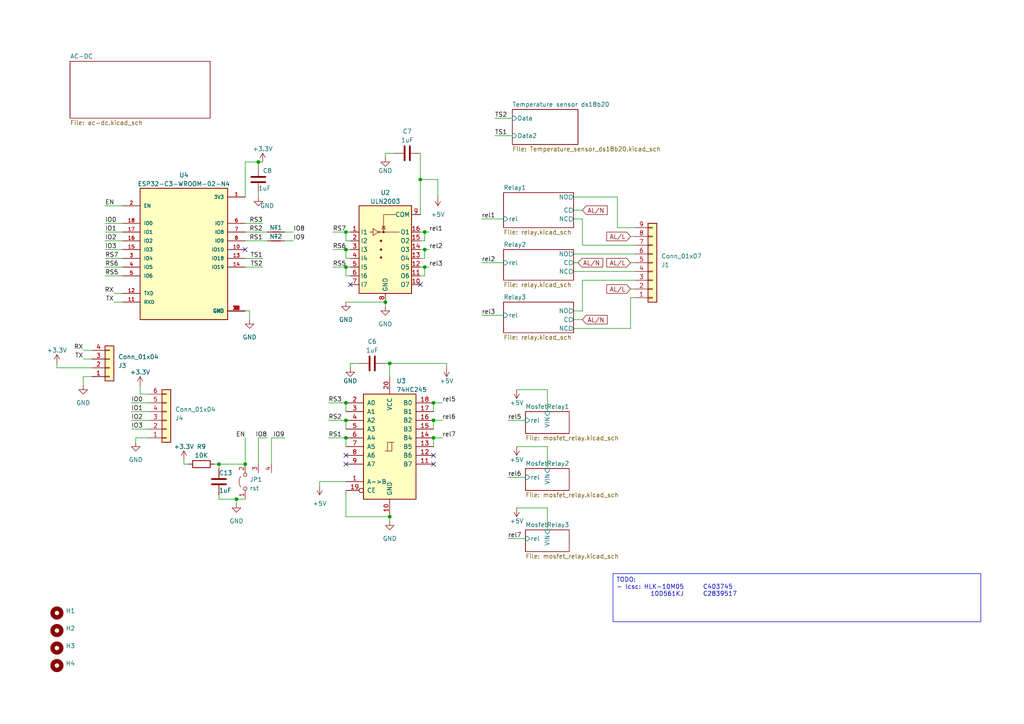
<source format=kicad_sch>
(kicad_sch (version 20230121) (generator eeschema)
  (paper "A4")
  (lib_symbols
    (symbol "74xx:74HC245" (pin_names (offset 1.016))
      (property "Reference" "U" (at -7.62 16.51 0))
      (property "Value" "74HC245" (at -7.62 -16.51 0))
      (symbol "74HC245_1_0"
        (polyline (pts (xy -0.635 -1.27) (xy -0.635 1.27) (xy 0.635 1.27)))
        (polyline (pts (xy -1.27 -1.27) (xy 0.635 -1.27) (xy 0.635 1.27) (xy 1.27 1.27)))
        (pin input line (at -12.7 -10.16 0) (length 5.08) (name "A->B") (number "1"))
        (pin power_in line (at 0 -20.32 90) (length 5.08) (name "GND") (number "10"))
        (pin tri_state line (at 12.7 -5.08 180) (length 5.08) (name "B7") (number "11"))
        (pin tri_state line (at 12.7 -2.54 180) (length 5.08) (name "B6") (number "12"))
        (pin tri_state line (at 12.7 0 180) (length 5.08) (name "B5") (number "13"))
        (pin tri_state line (at 12.7 2.54 180) (length 5.08) (name "B4") (number "14"))
        (pin tri_state line (at 12.7 5.08 180) (length 5.08) (name "B3") (number "15"))
        (pin tri_state line (at 12.7 7.62 180) (length 5.08) (name "B2") (number "16"))
        (pin tri_state line (at 12.7 10.16 180) (length 5.08) (name "B1") (number "17"))
        (pin tri_state line (at 12.7 12.7 180) (length 5.08) (name "B0") (number "18"))
        (pin input inverted (at -12.7 -12.7 0) (length 5.08) (name "CE") (number "19"))
        (pin tri_state line (at -12.7 12.7 0) (length 5.08) (name "A0") (number "2"))
        (pin power_in line (at 0 20.32 270) (length 5.08) (name "VCC") (number "20"))
        (pin tri_state line (at -12.7 10.16 0) (length 5.08) (name "A1") (number "3"))
        (pin tri_state line (at -12.7 7.62 0) (length 5.08) (name "A2") (number "4"))
        (pin tri_state line (at -12.7 5.08 0) (length 5.08) (name "A3") (number "5"))
        (pin tri_state line (at -12.7 2.54 0) (length 5.08) (name "A4") (number "6"))
        (pin tri_state line (at -12.7 0 0) (length 5.08) (name "A5") (number "7"))
        (pin tri_state line (at -12.7 -2.54 0) (length 5.08) (name "A6") (number "8"))
        (pin tri_state line (at -12.7 -5.08 0) (length 5.08) (name "A7") (number "9"))
      )
      (symbol "74HC245_1_1"
        (rectangle (start -7.62 15.24) (end 7.62 -15.24) (stroke (width 0.254)) (fill (type background)))
      )
    )
    (symbol "Connector_Generic:Conn_01x04" (pin_names (offset 1.016) hide)
      (property "Reference" "J" (at 0 5.08 0))
      (property "Value" "Conn_01x04" (at 0 -7.62 0))
      (symbol "Conn_01x04_1_1"
        (rectangle (start -1.27 -4.953) (end 0 -5.207) (stroke (width 0.1524)))
        (rectangle (start -1.27 -2.413) (end 0 -2.667) (stroke (width 0.1524)))
        (rectangle (start -1.27 0.127) (end 0 -0.127) (stroke (width 0.1524)))
        (rectangle (start -1.27 2.667) (end 0 2.413) (stroke (width 0.1524)))
        (rectangle (start -1.27 3.81) (end 1.27 -6.35) (stroke (width 0.254)) (fill (type background)))
        (pin passive line (at -5.08 2.54 0) (length 3.81) (name "Pin_1") (number "1"))
        (pin passive line (at -5.08 0 0) (length 3.81) (name "Pin_2") (number "2"))
        (pin passive line (at -5.08 -2.54 0) (length 3.81) (name "Pin_3") (number "3"))
        (pin passive line (at -5.08 -5.08 0) (length 3.81) (name "Pin_4") (number "4"))
      )
    )
    (symbol "Connector_Generic:Conn_01x06" (pin_names (offset 1.016) hide)
      (property "Reference" "J" (at 0 7.62 0))
      (property "Value" "Conn_01x06" (at 0 -10.16 0))
      (symbol "Conn_01x06_1_1"
        (rectangle (start -1.27 -7.493) (end 0 -7.747) (stroke (width 0.1524)))
        (rectangle (start -1.27 -4.953) (end 0 -5.207) (stroke (width 0.1524)))
        (rectangle (start -1.27 -2.413) (end 0 -2.667) (stroke (width 0.1524)))
        (rectangle (start -1.27 0.127) (end 0 -0.127) (stroke (width 0.1524)))
        (rectangle (start -1.27 2.667) (end 0 2.413) (stroke (width 0.1524)))
        (rectangle (start -1.27 5.207) (end 0 4.953) (stroke (width 0.1524)))
        (rectangle (start -1.27 6.35) (end 1.27 -8.89) (stroke (width 0.254)) (fill (type background)))
        (pin passive line (at -5.08 5.08 0) (length 3.81) (name "Pin_1") (number "1"))
        (pin passive line (at -5.08 2.54 0) (length 3.81) (name "Pin_2") (number "2"))
        (pin passive line (at -5.08 0 0) (length 3.81) (name "Pin_3") (number "3"))
        (pin passive line (at -5.08 -2.54 0) (length 3.81) (name "Pin_4") (number "4"))
        (pin passive line (at -5.08 -5.08 0) (length 3.81) (name "Pin_5") (number "5"))
        (pin passive line (at -5.08 -7.62 0) (length 3.81) (name "Pin_6") (number "6"))
      )
    )
    (symbol "Connector_Generic:Conn_01x09" (pin_names (offset 1.016) hide)
      (property "Reference" "J" (at 0 12.7 0))
      (property "Value" "Conn_01x09" (at 0 -12.7 0))
      (symbol "Conn_01x09_1_1"
        (rectangle (start -1.27 -10.033) (end 0 -10.287) (stroke (width 0.1524)))
        (rectangle (start -1.27 -7.493) (end 0 -7.747) (stroke (width 0.1524)))
        (rectangle (start -1.27 -4.953) (end 0 -5.207) (stroke (width 0.1524)))
        (rectangle (start -1.27 -2.413) (end 0 -2.667) (stroke (width 0.1524)))
        (rectangle (start -1.27 0.127) (end 0 -0.127) (stroke (width 0.1524)))
        (rectangle (start -1.27 2.667) (end 0 2.413) (stroke (width 0.1524)))
        (rectangle (start -1.27 5.207) (end 0 4.953) (stroke (width 0.1524)))
        (rectangle (start -1.27 7.747) (end 0 7.493) (stroke (width 0.1524)))
        (rectangle (start -1.27 10.287) (end 0 10.033) (stroke (width 0.1524)))
        (rectangle (start -1.27 11.43) (end 1.27 -11.43) (stroke (width 0.254)) (fill (type background)))
        (pin passive line (at -5.08 10.16 0) (length 3.81) (name "Pin_1") (number "1"))
        (pin passive line (at -5.08 7.62 0) (length 3.81) (name "Pin_2") (number "2"))
        (pin passive line (at -5.08 5.08 0) (length 3.81) (name "Pin_3") (number "3"))
        (pin passive line (at -5.08 2.54 0) (length 3.81) (name "Pin_4") (number "4"))
        (pin passive line (at -5.08 0 0) (length 3.81) (name "Pin_5") (number "5"))
        (pin passive line (at -5.08 -2.54 0) (length 3.81) (name "Pin_6") (number "6"))
        (pin passive line (at -5.08 -5.08 0) (length 3.81) (name "Pin_7") (number "7"))
        (pin passive line (at -5.08 -7.62 0) (length 3.81) (name "Pin_8") (number "8"))
        (pin passive line (at -5.08 -10.16 0) (length 3.81) (name "Pin_9") (number "9"))
      )
    )
    (symbol "Device:C" (pin_numbers hide) (pin_names (offset 0.254))
      (property "Reference" "C" (at 0.635 2.54 0))
      (property "Value" "C" (at 0.635 -2.54 0))
      (symbol "C_0_1"
        (polyline (pts (xy -2.032 -0.762) (xy 2.032 -0.762)) (stroke (width 0.508)))
        (polyline (pts (xy -2.032 0.762) (xy 2.032 0.762)) (stroke (width 0.508)))
      )
      (symbol "C_1_1"
        (pin passive line (at 0 3.81 270) (length 2.794) (name "~") (number "1"))
        (pin passive line (at 0 -3.81 90) (length 2.794) (name "~") (number "2"))
      )
    )
    (symbol "Device:NetTie_2" (pin_numbers hide) (pin_names (offset 0) hide) (in_bom no)
      (property "Reference" "NT" (at 0 1.27 0))
      (property "Value" "NetTie_2" (at 0 -1.27 0))
      (symbol "NetTie_2_0_1"
        (polyline (pts (xy -1.27 0) (xy 1.27 0)) (stroke (width 0.254)))
      )
      (symbol "NetTie_2_1_1"
        (pin passive line (at -2.54 0 0) (length 2.54) (name "1") (number "1"))
        (pin passive line (at 2.54 0 180) (length 2.54) (name "2") (number "2"))
      )
    )
    (symbol "Device:R" (pin_numbers hide) (pin_names (offset 0))
      (property "Reference" "R" (at 2.032 0 90))
      (property "Value" "R" (at 0 0 90))
      (symbol "R_0_1"
        (rectangle (start -1.016 -2.54) (end 1.016 2.54) (stroke (width 0.254)))
      )
      (symbol "R_1_1"
        (pin passive line (at 0 3.81 270) (length 1.27) (name "~") (number "1"))
        (pin passive line (at 0 -3.81 90) (length 1.27) (name "~") (number "2"))
      )
    )
    (symbol "Mechanical:MountingHole" (pin_names (offset 1.016))
      (property "Reference" "H" (at 0 5.08 0))
      (property "Value" "MountingHole" (at 0 3.175 0))
      (symbol "MountingHole_0_1"
        (circle (center 0 0) (radius 1.27) (stroke (width 1.27)))
      )
    )
    (symbol "ProjectLibrary:ESP32-C3-WROOM-02-N4" (pin_names (offset 1.016))
      (property "Reference" "U" (at -12.7 21.082 0))
      (property "Value" "ESP32-C3-WROOM-02-N4" (at -12.7 -18.542 0))
      (symbol "ESP32-C3-WROOM-02-N4_0_0"
        (rectangle (start -12.7 20.32) (end 12.7 -17.78) (stroke (width 0.254)) (fill (type background)))
        (pin power_in line (at 17.78 17.78 180) (length 5.08) (name "3V3") (number "1"))
        (pin bidirectional line (at 17.78 2.54 180) (length 5.08) (name "IO10") (number "10"))
        (pin input line (at -17.78 -12.7 0) (length 5.08) (name "RXD") (number "11"))
        (pin output line (at -17.78 -10.16 0) (length 5.08) (name "TXD") (number "12"))
        (pin bidirectional line (at 17.78 0 180) (length 5.08) (name "IO18") (number "13"))
        (pin bidirectional line (at 17.78 -2.54 180) (length 5.08) (name "IO19") (number "14"))
        (pin bidirectional line (at -17.78 2.54 0) (length 5.08) (name "IO3") (number "15"))
        (pin bidirectional line (at -17.78 5.08 0) (length 5.08) (name "IO2") (number "16"))
        (pin bidirectional line (at -17.78 7.62 0) (length 5.08) (name "IO1") (number "17"))
        (pin bidirectional line (at -17.78 10.16 0) (length 5.08) (name "IO0") (number "18"))
        (pin power_in line (at 17.78 -15.24 180) (length 5.08) (name "GND") (number "19"))
        (pin input line (at -17.78 15.24 0) (length 5.08) (name "EN") (number "2"))
        (pin power_in line (at 17.78 -15.24 180) (length 5.08) (name "GND") (number "20"))
        (pin power_in line (at 17.78 -15.24 180) (length 5.08) (name "GND") (number "21"))
        (pin power_in line (at 17.78 -15.24 180) (length 5.08) (name "GND") (number "22"))
        (pin power_in line (at 17.78 -15.24 180) (length 5.08) (name "GND") (number "23"))
        (pin power_in line (at 17.78 -15.24 180) (length 5.08) (name "GND") (number "24"))
        (pin power_in line (at 17.78 -15.24 180) (length 5.08) (name "GND") (number "25"))
        (pin power_in line (at 17.78 -15.24 180) (length 5.08) (name "GND") (number "26"))
        (pin power_in line (at 17.78 -15.24 180) (length 5.08) (name "GND") (number "27"))
        (pin power_in line (at 17.78 -15.24 180) (length 5.08) (name "GND") (number "28"))
        (pin power_in line (at 17.78 -15.24 180) (length 5.08) (name "GND") (number "29"))
        (pin bidirectional line (at -17.78 0 0) (length 5.08) (name "IO4") (number "3"))
        (pin power_in line (at 17.78 -15.24 180) (length 5.08) (name "GND") (number "30"))
        (pin power_in line (at 17.78 -15.24 180) (length 5.08) (name "GND") (number "31"))
        (pin power_in line (at 17.78 -15.24 180) (length 5.08) (name "GND") (number "32"))
        (pin power_in line (at 17.78 -15.24 180) (length 5.08) (name "GND") (number "33"))
        (pin power_in line (at 17.78 -15.24 180) (length 5.08) (name "GND") (number "34"))
        (pin power_in line (at 17.78 -15.24 180) (length 5.08) (name "GND") (number "35"))
        (pin power_in line (at 17.78 -15.24 180) (length 5.08) (name "GND") (number "36"))
        (pin power_in line (at 17.78 -15.24 180) (length 5.08) (name "GND") (number "37"))
        (pin power_in line (at 17.78 -15.24 180) (length 5.08) (name "GND") (number "38"))
        (pin power_in line (at 17.78 -15.24 180) (length 5.08) (name "GND") (number "39"))
        (pin bidirectional line (at -17.78 -2.54 0) (length 5.08) (name "IO5") (number "4"))
        (pin bidirectional line (at -17.78 -5.08 0) (length 5.08) (name "IO6") (number "5"))
        (pin bidirectional line (at 17.78 10.16 180) (length 5.08) (name "IO7") (number "6"))
        (pin bidirectional line (at 17.78 7.62 180) (length 5.08) (name "IO8") (number "7"))
        (pin bidirectional line (at 17.78 5.08 180) (length 5.08) (name "IO9") (number "8"))
        (pin power_in line (at 17.78 -15.24 180) (length 5.08) (name "GND") (number "9"))
      )
    )
    (symbol "ProjectLibrary:Jumper_4_Open_Pin" (pin_names (offset 0) hide)
      (property "Reference" "JP" (at 0 2.794 0))
      (property "Value" "Jumper_4_Open_Pin" (at 0 -10.16 0))
      (symbol "Jumper_4_Open_Pin_0_0"
        (circle (center -2.032 0) (radius 0.508))
        (circle (center 2.032 0) (radius 0.508))
      )
      (symbol "Jumper_4_Open_Pin_0_1"
        (arc (start 1.524 1.27) (mid 0 1.778) (end -1.524 1.27))
      )
      (symbol "Jumper_4_Open_Pin_1_1"
        (pin passive line (at -5.08 0 0) (length 2.54) (name "A") (number "1"))
        (pin passive line (at 5.08 0 180) (length 2.54) (name "B") (number "2"))
        (pin passive line (at 5.08 -3.81 180) (length 2.54) (name "C") (number "3"))
        (pin passive line (at 5.08 -7.62 180) (length 2.54) (name "D") (number "4"))
      )
    )
    (symbol "Transistor_Array:ULN2003"
      (property "Reference" "U" (at 0 15.875 0))
      (property "Value" "ULN2003" (at 0 13.97 0))
      (symbol "ULN2003_0_1"
        (rectangle (start -7.62 -12.7) (end 7.62 12.7) (stroke (width 0.254)) (fill (type background)))
        (circle (center -1.778 5.08) (radius 0.254))
        (circle (center -1.27 -2.286) (radius 0.254) (fill (type outline)))
        (circle (center -1.27 0) (radius 0.254) (fill (type outline)))
        (circle (center -1.27 2.54) (radius 0.254) (fill (type outline)))
        (circle (center -0.508 5.08) (radius 0.254) (fill (type outline)))
        (polyline (pts (xy -4.572 5.08) (xy -3.556 5.08)))
        (polyline (pts (xy -1.524 5.08) (xy 4.064 5.08)))
        (polyline (pts (xy 0 6.731) (xy -1.016 6.731)))
        (polyline (pts (xy -0.508 5.08) (xy -0.508 10.16) (xy 2.921 10.16)))
        (polyline (pts (xy -3.556 6.096) (xy -3.556 4.064) (xy -2.032 5.08) (xy -3.556 6.096)))
        (polyline (pts (xy 0 5.969) (xy -1.016 5.969) (xy -0.508 6.731) (xy 0 5.969)))
      )
      (symbol "ULN2003_1_1"
        (pin input line (at -10.16 5.08 0) (length 2.54) (name "I1") (number "1"))
        (pin open_collector line (at 10.16 -10.16 180) (length 2.54) (name "O7") (number "10"))
        (pin open_collector line (at 10.16 -7.62 180) (length 2.54) (name "O6") (number "11"))
        (pin open_collector line (at 10.16 -5.08 180) (length 2.54) (name "O5") (number "12"))
        (pin open_collector line (at 10.16 -2.54 180) (length 2.54) (name "O4") (number "13"))
        (pin open_collector line (at 10.16 0 180) (length 2.54) (name "O3") (number "14"))
        (pin open_collector line (at 10.16 2.54 180) (length 2.54) (name "O2") (number "15"))
        (pin open_collector line (at 10.16 5.08 180) (length 2.54) (name "O1") (number "16"))
        (pin input line (at -10.16 2.54 0) (length 2.54) (name "I2") (number "2"))
        (pin input line (at -10.16 0 0) (length 2.54) (name "I3") (number "3"))
        (pin input line (at -10.16 -2.54 0) (length 2.54) (name "I4") (number "4"))
        (pin input line (at -10.16 -5.08 0) (length 2.54) (name "I5") (number "5"))
        (pin input line (at -10.16 -7.62 0) (length 2.54) (name "I6") (number "6"))
        (pin input line (at -10.16 -10.16 0) (length 2.54) (name "I7") (number "7"))
        (pin power_in line (at 0 -15.24 90) (length 2.54) (name "GND") (number "8"))
        (pin passive line (at 10.16 10.16 180) (length 2.54) (name "COM") (number "9"))
      )
    )
    (symbol "power:+3.3V" (power) (pin_names (offset 0))
      (property "Value" "+3.3V" (at 0 3.556 0))
      (symbol "+3.3V_0_1"
        (polyline (pts (xy -0.762 1.27) (xy 0 2.54)))
        (polyline (pts (xy 0 0) (xy 0 2.54)))
        (polyline (pts (xy 0 2.54) (xy 0.762 1.27)))
      )
      (symbol "+3.3V_1_1"
        (pin power_in line (at 0 0 90) (length 0) hide (name "+3.3V") (number "1"))
      )
    )
    (symbol "power:+5V" (power) (pin_names (offset 0))
      (property "Value" "+5V" (at 0 3.556 0))
      (symbol "+5V_0_1"
        (polyline (pts (xy -0.762 1.27) (xy 0 2.54)))
        (polyline (pts (xy 0 0) (xy 0 2.54)))
        (polyline (pts (xy 0 2.54) (xy 0.762 1.27)))
      )
      (symbol "+5V_1_1"
        (pin power_in line (at 0 0 90) (length 0) hide (name "+5V") (number "1"))
      )
    )
    (symbol "power:GND" (power) (pin_names (offset 0))
      (property "Value" "GND" (at 0 -3.81 0))
      (symbol "GND_0_1"
        (polyline (pts (xy 0 0) (xy 0 -1.27) (xy 1.27 -1.27) (xy 0 -2.54) (xy -1.27 -1.27) (xy 0 -1.27)))
      )
      (symbol "GND_1_1"
        (pin power_in line (at 0 0 270) (length 0) hide (name "GND") (number "1"))
      )
    )
  )
  (junction (at 71.12 134.62))
  (junction (at 123.19 72.39))
  (junction (at 125.73 116.84))
  (junction (at 100.33 77.47))
  (junction (at 123.19 67.31))
  (junction (at 100.33 67.31))
  (junction (at 123.19 77.47))
  (junction (at 113.03 149.86))
  (junction (at 74.93 46.99))
  (junction (at 125.73 121.92))
  (junction (at 63.5 134.62))
  (junction (at 111.76 87.63))
  (junction (at 100.33 116.84))
  (junction (at 100.33 121.92))
  (junction (at 100.33 127))
  (junction (at 68.58 144.78))
  (junction (at 125.73 127))
  (junction (at 121.92 52.07))
  (junction (at 113.03 105.41))
  (junction (at 100.33 72.39))
  (no_connect (at 71.12 72.39))
  (no_connect (at 100.33 134.62))
  (no_connect (at 101.6 82.55))
  (no_connect (at 125.73 134.62))
  (no_connect (at 125.73 132.08))
  (no_connect (at 100.33 132.08))
  (no_connect (at 121.92 82.55))
  (wire (pts (xy 24.13 101.6) (xy 26.67 101.6)))
  (wire (pts (xy 166.37 95.25) (xy 182.88 95.25)))
  (wire (pts (xy 168.91 71.12) (xy 184.15 71.12)))
  (wire (pts (xy 101.6 80.01) (xy 100.33 80.01)))
  (wire (pts (xy 147.32 156.21) (xy 152.4 156.21)))
  (wire (pts (xy 101.6 69.85) (xy 100.33 69.85)))
  (wire (pts (xy 113.03 105.41) (xy 129.54 105.41)))
  (wire (pts (xy 124.46 77.47) (xy 123.19 77.47)))
  (wire (pts (xy 147.32 138.43) (xy 152.4 138.43)))
  (wire (pts (xy 74.93 127) (xy 74.93 134.62)))
  (wire (pts (xy 149.86 129.54) (xy 158.75 129.54)))
  (wire (pts (xy 139.7 91.44) (xy 146.05 91.44)))
  (wire (pts (xy 71.12 46.99) (xy 74.93 46.99)))
  (wire (pts (xy 166.37 90.17) (xy 168.91 90.17)))
  (wire (pts (xy 100.33 116.84) (xy 100.33 119.38)))
  (wire (pts (xy 54.61 134.62) (xy 53.34 134.62)))
  (wire (pts (xy 40.64 111.76) (xy 40.64 114.3)))
  (wire (pts (xy 100.33 67.31) (xy 101.6 67.31)))
  (wire (pts (xy 77.47 127) (xy 74.93 127)))
  (wire (pts (xy 121.92 69.85) (xy 123.19 69.85)))
  (wire (pts (xy 166.37 78.74) (xy 184.15 78.74)))
  (wire (pts (xy 38.1 121.92) (xy 43.18 121.92)))
  (wire (pts (xy 158.75 129.54) (xy 158.75 135.89)))
  (wire (pts (xy 168.91 81.28) (xy 184.15 81.28)))
  (wire (pts (xy 40.64 114.3) (xy 43.18 114.3)))
  (wire (pts (xy 76.2 77.47) (xy 71.12 77.47)))
  (wire (pts (xy 30.48 80.01) (xy 35.56 80.01)))
  (wire (pts (xy 123.19 72.39) (xy 121.92 72.39)))
  (wire (pts (xy 16.51 106.68) (xy 16.51 105.41)))
  (wire (pts (xy 123.19 69.85) (xy 123.19 67.31)))
  (wire (pts (xy 166.37 63.5) (xy 168.91 63.5)))
  (wire (pts (xy 95.25 127) (xy 100.33 127)))
  (wire (pts (xy 158.75 113.03) (xy 158.75 119.38)))
  (wire (pts (xy 100.33 77.47) (xy 101.6 77.47)))
  (wire (pts (xy 149.86 147.32) (xy 158.75 147.32)))
  (wire (pts (xy 68.58 146.05) (xy 68.58 144.78)))
  (wire (pts (xy 182.88 76.2) (xy 184.15 76.2)))
  (wire (pts (xy 123.19 77.47) (xy 121.92 77.47)))
  (wire (pts (xy 39.37 128.27) (xy 39.37 127)))
  (wire (pts (xy 100.33 80.01) (xy 100.33 77.47)))
  (wire (pts (xy 166.37 57.15) (xy 179.07 57.15)))
  (wire (pts (xy 92.71 140.97) (xy 92.71 139.7)))
  (wire (pts (xy 104.14 105.41) (xy 101.6 105.41)))
  (wire (pts (xy 100.33 87.63) (xy 111.76 87.63)))
  (wire (pts (xy 24.13 104.14) (xy 26.67 104.14)))
  (wire (pts (xy 71.12 69.85) (xy 77.47 69.85)))
  (wire (pts (xy 125.73 127) (xy 128.27 127)))
  (wire (pts (xy 123.19 67.31) (xy 121.92 67.31)))
  (wire (pts (xy 121.92 52.07) (xy 127 52.07)))
  (wire (pts (xy 33.02 85.09) (xy 35.56 85.09)))
  (wire (pts (xy 74.93 46.99) (xy 76.2 46.99)))
  (wire (pts (xy 74.93 46.99) (xy 74.93 48.26)))
  (wire (pts (xy 96.52 72.39) (xy 100.33 72.39)))
  (wire (pts (xy 129.54 105.41) (xy 129.54 106.68)))
  (wire (pts (xy 71.12 46.99) (xy 71.12 57.15)))
  (wire (pts (xy 139.7 76.2) (xy 146.05 76.2)))
  (wire (pts (xy 125.73 121.92) (xy 128.27 121.92)))
  (wire (pts (xy 179.07 57.15) (xy 179.07 66.04)))
  (wire (pts (xy 76.2 64.77) (xy 71.12 64.77)))
  (wire (pts (xy 124.46 67.31) (xy 123.19 67.31)))
  (wire (pts (xy 30.48 59.69) (xy 35.56 59.69)))
  (wire (pts (xy 124.46 72.39) (xy 123.19 72.39)))
  (wire (pts (xy 30.48 64.77) (xy 35.56 64.77)))
  (wire (pts (xy 166.37 92.71) (xy 168.91 92.71)))
  (wire (pts (xy 125.73 127) (xy 125.73 129.54)))
  (wire (pts (xy 143.51 39.37) (xy 148.59 39.37)))
  (wire (pts (xy 166.37 73.66) (xy 184.15 73.66)))
  (wire (pts (xy 182.88 68.58) (xy 184.15 68.58)))
  (wire (pts (xy 179.07 66.04) (xy 184.15 66.04)))
  (wire (pts (xy 111.76 44.45) (xy 111.76 45.72)))
  (wire (pts (xy 72.39 90.17) (xy 71.12 90.17)))
  (wire (pts (xy 121.92 74.93) (xy 123.19 74.93)))
  (wire (pts (xy 30.48 74.93) (xy 35.56 74.93)))
  (wire (pts (xy 24.13 109.22) (xy 24.13 111.76)))
  (wire (pts (xy 72.39 92.71) (xy 72.39 90.17)))
  (wire (pts (xy 125.73 116.84) (xy 128.27 116.84)))
  (wire (pts (xy 125.73 121.92) (xy 125.73 124.46)))
  (wire (pts (xy 143.51 34.29) (xy 148.59 34.29)))
  (wire (pts (xy 26.67 106.68) (xy 16.51 106.68)))
  (wire (pts (xy 68.58 144.78) (xy 71.12 144.78)))
  (wire (pts (xy 30.48 67.31) (xy 35.56 67.31)))
  (wire (pts (xy 123.19 80.01) (xy 123.19 77.47)))
  (wire (pts (xy 113.03 109.22) (xy 113.03 105.41)))
  (wire (pts (xy 71.12 67.31) (xy 77.47 67.31)))
  (wire (pts (xy 62.23 134.62) (xy 63.5 134.62)))
  (wire (pts (xy 82.55 67.31) (xy 85.09 67.31)))
  (wire (pts (xy 95.25 116.84) (xy 100.33 116.84)))
  (wire (pts (xy 168.91 63.5) (xy 168.91 71.12)))
  (wire (pts (xy 63.5 144.78) (xy 68.58 144.78)))
  (wire (pts (xy 78.74 127) (xy 82.55 127)))
  (wire (pts (xy 113.03 151.13) (xy 113.03 149.86)))
  (wire (pts (xy 123.19 74.93) (xy 123.19 72.39)))
  (wire (pts (xy 82.55 69.85) (xy 85.09 69.85)))
  (wire (pts (xy 121.92 62.23) (xy 121.92 52.07)))
  (wire (pts (xy 30.48 69.85) (xy 35.56 69.85)))
  (wire (pts (xy 100.33 127) (xy 100.33 129.54)))
  (wire (pts (xy 76.2 74.93) (xy 71.12 74.93)))
  (wire (pts (xy 95.25 121.92) (xy 100.33 121.92)))
  (wire (pts (xy 125.73 116.84) (xy 125.73 119.38)))
  (wire (pts (xy 101.6 74.93) (xy 100.33 74.93)))
  (wire (pts (xy 166.37 76.2) (xy 167.64 76.2)))
  (wire (pts (xy 100.33 72.39) (xy 101.6 72.39)))
  (wire (pts (xy 121.92 80.01) (xy 123.19 80.01)))
  (wire (pts (xy 100.33 142.24) (xy 100.33 149.86)))
  (wire (pts (xy 182.88 83.82) (xy 184.15 83.82)))
  (wire (pts (xy 182.88 86.36) (xy 184.15 86.36)))
  (wire (pts (xy 96.52 77.47) (xy 100.33 77.47)))
  (wire (pts (xy 121.92 44.45) (xy 121.92 52.07)))
  (wire (pts (xy 111.76 88.9) (xy 111.76 87.63)))
  (wire (pts (xy 38.1 124.46) (xy 43.18 124.46)))
  (wire (pts (xy 158.75 147.32) (xy 158.75 153.67)))
  (wire (pts (xy 147.32 121.92) (xy 152.4 121.92)))
  (wire (pts (xy 166.37 60.96) (xy 168.91 60.96)))
  (wire (pts (xy 182.88 95.25) (xy 182.88 86.36)))
  (wire (pts (xy 100.33 149.86) (xy 113.03 149.86)))
  (wire (pts (xy 100.33 121.92) (xy 100.33 124.46)))
  (wire (pts (xy 33.02 87.63) (xy 35.56 87.63)))
  (wire (pts (xy 168.91 90.17) (xy 168.91 81.28)))
  (wire (pts (xy 74.93 57.15) (xy 74.93 55.88)))
  (wire (pts (xy 71.12 134.62) (xy 71.12 127)))
  (wire (pts (xy 30.48 72.39) (xy 35.56 72.39)))
  (wire (pts (xy 78.74 134.62) (xy 78.74 127)))
  (wire (pts (xy 101.6 105.41) (xy 101.6 106.68)))
  (wire (pts (xy 114.3 44.45) (xy 111.76 44.45)))
  (wire (pts (xy 63.5 134.62) (xy 63.5 135.89)))
  (wire (pts (xy 39.37 127) (xy 43.18 127)))
  (wire (pts (xy 100.33 74.93) (xy 100.33 72.39)))
  (wire (pts (xy 92.71 139.7) (xy 100.33 139.7)))
  (wire (pts (xy 100.33 69.85) (xy 100.33 67.31)))
  (wire (pts (xy 149.86 113.03) (xy 158.75 113.03)))
  (wire (pts (xy 53.34 134.62) (xy 53.34 133.35)))
  (wire (pts (xy 63.5 143.51) (xy 63.5 144.78)))
  (wire (pts (xy 127 52.07) (xy 127 57.15)))
  (wire (pts (xy 111.76 105.41) (xy 113.03 105.41)))
  (wire (pts (xy 30.48 77.47) (xy 35.56 77.47)))
  (wire (pts (xy 139.7 63.5) (xy 146.05 63.5)))
  (wire (pts (xy 63.5 134.62) (xy 71.12 134.62)))
  (wire (pts (xy 96.52 67.31) (xy 100.33 67.31)))
  (wire (pts (xy 38.1 119.38) (xy 43.18 119.38)))
  (wire (pts (xy 38.1 116.84) (xy 43.18 116.84)))
  (wire (pts (xy 24.13 109.22) (xy 26.67 109.22)))
  (text_box "TODO:\n- lcsc: HLK-10M05	C403745\n		10D561KJ	C2839517\n" (at 177.8 166.37 0) (size 106.68 13.97) (effects (font (size 1.27 1.27)) (justify left top)))
  (label "IO1" (at 38.1 119.38 0))
  (label "RS5" (at 96.52 77.47 0))
  (label "RX" (at 24.13 101.6 180))
  (label "TS2" (at 143.51 34.29 0))
  (label "IO8" (at 85.09 67.31 0))
  (label "RS6" (at 96.52 72.39 0))
  (label "IO2" (at 30.48 69.85 0))
  (label "TX" (at 24.13 104.14 180))
  (label "rel2" (at 139.7 76.2 0))
  (label "rel7" (at 128.27 127 0))
  (label "IO3" (at 38.1 124.46 0))
  (label "RS7" (at 96.52 67.31 0))
  (label "IO0" (at 30.48 64.77 0))
  (label "rel1" (at 124.46 67.31 0))
  (label "rel6" (at 128.27 121.92 0))
  (label "RS5" (at 30.48 80.01 0))
  (label "EN" (at 30.48 59.69 0))
  (label "rel5" (at 147.32 121.92 0))
  (label "RS3" (at 95.25 116.84 0))
  (label "RS3" (at 76.2 64.77 180))
  (label "IO8" (at 77.47 127 180))
  (label "RS1" (at 76.2 69.85 180))
  (label "RS2" (at 76.2 67.31 180))
  (label "RS7" (at 30.48 74.93 0))
  (label "TS1" (at 76.2 74.93 180))
  (label "IO1" (at 30.48 67.31 0))
  (label "TS1" (at 143.51 39.37 0))
  (label "EN" (at 71.12 127 180))
  (label "rel3" (at 139.7 91.44 0))
  (label "RS1" (at 95.25 127 0))
  (label "IO2" (at 38.1 121.92 0))
  (label "rel5" (at 128.27 116.84 0))
  (label "rel7" (at 147.32 156.21 0))
  (label "TS2" (at 76.2 77.47 180))
  (label "rel1" (at 139.7 63.5 0))
  (label "rel6" (at 147.32 138.43 0))
  (label "RS2" (at 95.25 121.92 0))
  (label "TX" (at 33.02 87.63 180))
  (label "IO9" (at 82.55 127 180))
  (label "rel3" (at 124.46 77.47 0))
  (label "RS6" (at 30.48 77.47 0))
  (label "rel2" (at 124.46 72.39 0))
  (label "IO3" (at 30.48 72.39 0))
  (label "IO9" (at 85.09 69.85 0))
  (label "RX" (at 33.02 85.09 180))
  (label "IO0" (at 38.1 116.84 0))
  (global_label "AL{slash}N" (shape input) (at 167.64 76.2 0) (property "Intersheetrefs" "${INTERSHEET_REFS}" (effects hide)))
  (global_label "AL{slash}N" (shape input) (at 168.91 60.96 0) (property "Intersheetrefs" "${INTERSHEET_REFS}" (effects hide)))
  (global_label "AL{slash}L" (shape input) (at 182.88 83.82 180) (property "Intersheetrefs" "${INTERSHEET_REFS}" (effects hide)))
  (global_label "AL{slash}L" (shape input) (at 182.88 68.58 180) (property "Intersheetrefs" "${INTERSHEET_REFS}" (effects hide)))
  (global_label "AL{slash}N" (shape input) (at 168.91 92.71 0) (property "Intersheetrefs" "${INTERSHEET_REFS}" (effects hide)))
  (global_label "AL{slash}L" (shape input) (at 182.88 76.2 180) (property "Intersheetrefs" "${INTERSHEET_REFS}" (effects hide)))
  (symbol (lib_id "power:+5V") (at 127 57.15 180) (unit 1)
    (property "Reference" "#PWR0105" (effects hide))
    (property "Value" "+5V" (at 127 62.23 0))
  )
  (symbol (lib_id "Connector_Generic:Conn_01x04") (at 31.75 106.68 0) (mirror x) (unit 1) (in_bom no)
    (property "Reference" "J3" (at 34.29 106.045 0) (effects (justify left)))
    (property "Value" "Conn_01x04" (at 34.29 103.505 0) (effects (justify left)))
    (property "Footprint" "Connector_PinHeader_2.54mm:PinHeader_1x04_P2.54mm_Vertical" (effects hide))
  )
  (symbol (lib_id "power:GND") (at 111.76 45.72 0) (unit 1)
    (property "Reference" "#PWR021" (effects hide))
    (property "Value" "GND" (at 111.76 49.53 0))
  )
  (symbol (lib_id "power:+5V") (at 92.71 140.97 180) (unit 1)
    (property "Reference" "#PWR06" (effects hide))
    (property "Value" "+5V" (at 92.71 146.05 0))
  )
  (symbol (lib_id "power:GND") (at 101.6 106.68 0) (unit 1)
    (property "Reference" "#PWR020" (effects hide))
    (property "Value" "GND" (at 101.6 110.49 0))
  )
  (symbol (lib_id "Connector_Generic:Conn_01x09") (at 189.23 76.2 0) (mirror x) (unit 1) (in_bom no)
    (property "Reference" "J1" (at 191.77 76.835 0) (effects (justify left)))
    (property "Value" "Conn_01x07" (at 191.77 74.295 0) (effects (justify left)))
    (property "Footprint" "TerminalBlock_Phoenix:TerminalBlock_Phoenix_MKDS-1,5-9-5.08_1x09_P5.08mm_Horizontal" (effects hide))
  )
  (symbol (lib_id "Mechanical:MountingHole") (at 16.51 177.8 0) (unit 1) (in_bom no)
    (property "Reference" "H1" (at 19.05 177.165 0) (effects (justify left)))
    (property "Value" "MountingHole" (effects hide))
    (property "Footprint" "MountingHole:MountingHole_2.2mm_M2" (effects hide))
  )
  (symbol (lib_id "power:+3.3V") (at 76.2 46.99 0) (unit 1)
    (property "Reference" "#PWR031" (effects hide))
    (property "Value" "+3.3V" (at 76.2 43.18 0))
  )
  (symbol (lib_id "power:GND") (at 100.33 87.63 0) (unit 1)
    (property "Reference" "#PWR0104" (effects hide))
    (property "Value" "GND" (at 100.33 92.71 0))
  )
  (symbol (lib_id "power:+3.3V") (at 16.51 105.41 0) (unit 1)
    (property "Reference" "#PWR022" (effects hide))
    (property "Value" "+3.3V" (at 16.51 101.6 0))
  )
  (symbol (lib_id "power:+5V") (at 149.86 113.03 180) (unit 1)
    (property "Reference" "#PWR09" (effects hide))
    (property "Value" "+5V" (at 149.86 116.84 0))
  )
  (symbol (lib_id "Device:C") (at 118.11 44.45 90) (unit 1)
    (property "Reference" "C7" (at 118.11 38.1 90))
    (property "Value" "1uF" (at 118.11 40.64 90))
    (property "Footprint" "Capacitor_SMD:C_0402_1005Metric" (effects hide))
    (property "JLCPCB Part #" "C52923" (effects hide))
  )
  (symbol (lib_id "power:GND") (at 24.13 111.76 0) (unit 1)
    (property "Reference" "#PWR015" (effects hide))
    (property "Value" "GND" (at 24.13 116.84 0))
  )
  (symbol (lib_id "power:+5V") (at 149.86 147.32 180) (unit 1)
    (property "Reference" "#PWR011" (effects hide))
    (property "Value" "+5V" (at 149.86 151.13 0))
  )
  (symbol (lib_id "Device:R") (at 58.42 134.62 90) (unit 1)
    (property "Reference" "R9" (at 58.42 129.54 90))
    (property "Value" "10K" (at 58.42 132.08 90))
    (property "Footprint" "Resistor_SMD:R_0402_1005Metric" (effects hide))
    (property "JLCPCB Part #" "C25744" (effects hide))
  )
  (symbol (lib_id "power:GND") (at 72.39 92.71 0) (unit 1)
    (property "Reference" "#PWR030" (effects hide))
    (property "Value" "GND" (at 72.39 97.79 0))
  )
  (symbol (lib_id "ProjectLibrary:ESP32-C3-WROOM-02-N4") (at 53.34 74.93 0) (unit 1)
    (property "Reference" "U4" (at 53.34 50.8 0))
    (property "Value" "ESP32-C3-WROOM-02-N4" (at 53.34 53.34 0))
    (property "Footprint" "ProjectLibrary:MODULE_ESP32-C3-WROOM-02-H4" (effects hide))
    (property "Datasheet" "https://www.espressif.com/sites/default/files/documentation/esp32-c3-wroom-02_datasheet_en.pdf" (effects hide))
    (property "DESCRIPTION" "Wifi module" (effects hide))
    (property "MF" "Espressif Systems" (effects hide))
    (property "MP" "ESP32-C3-WROOM-02-H4" (effects hide))
    (property "JLCPCB Part #" "C2934560" (effects hide))
  )
  (symbol (lib_id "power:GND") (at 113.03 151.13 0) (unit 1)
    (property "Reference" "#PWR04" (effects hide))
    (property "Value" "GND" (at 113.03 156.21 0))
  )
  (symbol (lib_id "power:+5V") (at 149.86 129.54 180) (unit 1)
    (property "Reference" "#PWR07" (effects hide))
    (property "Value" "+5V" (at 149.86 133.35 0))
  )
  (symbol (lib_id "Device:NetTie_2") (at 80.01 67.31 0) (unit 1) (in_bom no)
    (property "Reference" "NT1" (at 80.01 66.04 0))
    (property "Value" "~" (at 80.01 66.04 0))
    (property "Footprint" "ProjectLibrary:NetTie-2_SMD_Pad0.2mm" (effects hide))
  )
  (symbol (lib_id "Mechanical:MountingHole") (at 16.51 193.04 0) (unit 1) (in_bom no)
    (property "Reference" "H4" (at 19.05 192.405 0) (effects (justify left)))
    (property "Value" "MountingHole" (effects hide))
    (property "Footprint" "MountingHole:MountingHole_2.2mm_M2" (effects hide))
  )
  (symbol (lib_id "Mechanical:MountingHole") (at 16.51 182.88 0) (unit 1) (in_bom no)
    (property "Reference" "H2" (at 19.05 182.245 0) (effects (justify left)))
    (property "Value" "MountingHole" (effects hide))
    (property "Footprint" "MountingHole:MountingHole_2.2mm_M2" (effects hide))
  )
  (symbol (lib_id "74xx:74HC245") (at 113.03 129.54 0) (unit 1)
    (property "Reference" "U3" (at 114.9859 110.49 0) (effects (justify left)))
    (property "Value" "74HC245" (at 114.9859 113.03 0) (effects (justify left)))
    (property "Footprint" "Package_SO:SOIC-20W_7.5x12.8mm_P1.27mm" (effects hide))
    (property "Datasheet" "http://www.ti.com/lit/gpn/sn74HC245" (effects hide))
    (property "JLCPCB Part #" "C5625" (effects hide))
  )
  (symbol (lib_id "Device:NetTie_2") (at 80.01 69.85 0) (unit 1) (in_bom no)
    (property "Reference" "NT2" (at 80.01 68.58 0))
    (property "Value" "~" (at 80.01 68.58 0))
    (property "Footprint" "ProjectLibrary:NetTie-2_SMD_Pad0.2mm" (effects hide))
  )
  (symbol (lib_id "power:+5V") (at 129.54 106.68 180) (unit 1)
    (property "Reference" "#PWR05" (effects hide))
    (property "Value" "+5V" (at 129.54 110.49 0))
  )
  (symbol (lib_id "power:GND") (at 111.76 88.9 0) (unit 1)
    (property "Reference" "#PWR0106" (effects hide))
    (property "Value" "GND" (at 111.76 93.98 0))
  )
  (symbol (lib_id "Device:C") (at 107.95 105.41 90) (unit 1)
    (property "Reference" "C6" (at 107.95 99.06 90))
    (property "Value" "1uF" (at 107.95 101.6 90))
    (property "Footprint" "Capacitor_SMD:C_0402_1005Metric" (effects hide))
    (property "JLCPCB Part #" "C52923" (effects hide))
  )
  (symbol (lib_id "power:GND") (at 74.93 57.15 0) (unit 1)
    (property "Reference" "#PWR033" (effects hide))
    (property "Value" "GND" (at 77.47 59.69 0))
  )
  (symbol (lib_id "Device:C") (at 74.93 52.07 180) (unit 1)
    (property "Reference" "C8" (at 76.2 49.53 0) (effects (justify right)))
    (property "Value" "1uF" (at 74.93 54.61 0) (effects (justify right)))
    (property "Footprint" "Capacitor_SMD:C_0603_1608Metric" (effects hide))
    (property "JLCPCB Part #" "C15849" (effects hide))
  )
  (symbol (lib_id "Device:C") (at 63.5 139.7 180) (unit 1)
    (property "Reference" "C13" (at 63.5 137.16 0) (effects (justify right)))
    (property "Value" "1uF" (at 63.5 142.24 0) (effects (justify right)))
    (property "Footprint" "Capacitor_SMD:C_0402_1005Metric" (effects hide))
    (property "JLCPCB Part #" "C52923" (effects hide))
  )
  (symbol (lib_id "ProjectLibrary:Jumper_4_Open_Pin") (at 71.12 139.7 90) (unit 1) (in_bom no)
    (property "Reference" "JP1" (at 72.39 139.065 90) (effects (justify right)))
    (property "Value" "rst" (at 72.39 141.605 90) (effects (justify right)))
    (property "Footprint" "Connector_PinHeader_2.54mm:PinHeader_1x04_P2.54mm_Vertical" (effects hide))
  )
  (symbol (lib_id "Connector_Generic:Conn_01x06") (at 48.26 121.92 0) (mirror x) (unit 1) (in_bom no)
    (property "Reference" "J4" (at 50.8 121.285 0) (effects (justify left)))
    (property "Value" "Conn_01x04" (at 50.8 118.745 0) (effects (justify left)))
    (property "Footprint" "Connector_PinHeader_2.54mm:PinHeader_1x06_P2.54mm_Vertical" (effects hide))
  )
  (symbol (lib_id "Transistor_Array:ULN2003") (at 111.76 72.39 0) (unit 1)
    (property "Reference" "U2" (at 111.76 55.88 0))
    (property "Value" "ULN2003" (at 111.76 58.42 0))
    (property "Footprint" "ProjectLibrary:SOIC-16W_ULN2003ADR" (effects hide))
    (property "Datasheet" "http://www.ti.com/lit/ds/symlink/uln2003a.pdf" (effects hide))
    (property "JLCPCB Part #" "C7512" (effects hide))
  )
  (symbol (lib_id "power:+3.3V") (at 40.64 111.76 0) (unit 1)
    (property "Reference" "#PWR035" (effects hide))
    (property "Value" "+3.3V" (at 40.64 107.95 0))
  )
  (symbol (lib_id "power:+3.3V") (at 53.34 133.35 0) (unit 1)
    (property "Reference" "#PWR026" (effects hide))
    (property "Value" "+3.3V" (at 53.34 129.54 0))
  )
  (symbol (lib_id "Mechanical:MountingHole") (at 16.51 187.96 0) (unit 1) (in_bom no)
    (property "Reference" "H3" (at 19.05 187.325 0) (effects (justify left)))
    (property "Value" "MountingHole" (effects hide))
    (property "Footprint" "MountingHole:MountingHole_2.2mm_M2" (effects hide))
  )
  (symbol (lib_id "power:GND") (at 39.37 128.27 0) (unit 1)
    (property "Reference" "#PWR034" (effects hide))
    (property "Value" "GND" (at 39.37 133.35 0))
  )
  (symbol (lib_id "power:GND") (at 68.58 146.05 0) (unit 1)
    (property "Reference" "#PWR032" (effects hide))
    (property "Value" "GND" (at 68.58 151.13 0))
  )
  (sheet (at 152.4 153.67) (size 12.7 6.35) (stroke (width 0.1524))
    (property "Sheetname" "MosfetRelay3" (at 152.4 152.9584 0) (effects (justify left bottom)))
    (property "Sheetfile" "mosfet_relay.kicad_sch" (at 152.4 160.6046 0) (effects (justify left top)))
    (pin "VIN" input (at 158.75 153.67 90))
    (pin "rel" input (at 152.4 156.21 180))
  )
  (sheet (at 146.05 87.63) (size 20.32 8.89) (stroke (width 0.1524))
    (property "Sheetname" "Relay3" (at 146.05 86.9184 0) (effects (justify left bottom)))
    (property "Sheetfile" "relay.kicad_sch" (at 146.05 97.1046 0) (effects (justify left top)))
    (pin "rel" input (at 146.05 91.44 180))
    (pin "C" output (at 166.37 92.71 0))
    (pin "NC" output (at 166.37 95.25 0))
    (pin "NO" output (at 166.37 90.17 0))
  )
  (sheet (at 146.05 72.39) (size 20.32 8.89) (stroke (width 0.1524))
    (property "Sheetname" "Relay2" (at 146.05 71.6784 0) (effects (justify left bottom)))
    (property "Sheetfile" "relay.kicad_sch" (at 146.05 81.8646 0) (effects (justify left top)))
    (pin "rel" input (at 146.05 76.2 180))
    (pin "C" output (at 166.37 76.2 0))
    (pin "NC" output (at 166.37 78.74 0))
    (pin "NO" output (at 166.37 73.66 0))
  )
  (sheet (at 148.59 31.75) (size 19.05 10.16) (stroke (width 0.1524))
    (property "Sheetname" "Temperature sensor ds18b20" (at 148.59 31.0384 0) (effects (justify left bottom)))
    (property "Sheetfile" "Temperature_sensor_ds18b20.kicad_sch" (at 148.59 42.4946 0) (effects (justify left top)))
    (pin "Data" input (at 148.59 34.29 180))
    (pin "Data2" input (at 148.59 39.37 180))
  )
  (sheet (at 146.05 55.88) (size 20.32 10.16) (stroke (width 0.1524))
    (property "Sheetname" "Relay1" (at 146.05 55.1684 0) (effects (justify left bottom)))
    (property "Sheetfile" "relay.kicad_sch" (at 146.05 66.6246 0) (effects (justify left top)))
    (pin "rel" input (at 146.05 63.5 180))
    (pin "C" output (at 166.37 60.96 0))
    (pin "NO" output (at 166.37 57.15 0))
    (pin "NC" output (at 166.37 63.5 0))
  )
  (sheet (at 20.32 17.78) (size 40.64 16.51) (stroke (width 0.1524))
    (property "Sheetname" "AC-DC" (at 20.32 17.0684 0) (effects (justify left bottom)))
    (property "Sheetfile" "ac-dc.kicad_sch" (at 20.32 34.8746 0) (effects (justify left top)))
  )
  (sheet (at 152.4 119.38) (size 12.7 6.35) (stroke (width 0.1524))
    (property "Sheetname" "MosfetRelay1" (at 152.4 118.6684 0) (effects (justify left bottom)))
    (property "Sheetfile" "mosfet_relay.kicad_sch" (at 152.4 126.3146 0) (effects (justify left top)))
    (pin "VIN" input (at 158.75 119.38 90))
    (pin "rel" input (at 152.4 121.92 180))
  )
  (sheet (at 152.4 135.89) (size 12.7 6.35) (stroke (width 0.1524))
    (property "Sheetname" "MosfetRelay2" (at 152.4 135.1784 0) (effects (justify left bottom)))
    (property "Sheetfile" "mosfet_relay.kicad_sch" (at 152.4 142.8246 0) (effects (justify left top)))
    (pin "VIN" input (at 158.75 135.89 90))
    (pin "rel" input (at 152.4 138.43 180))
  )
)
</source>
